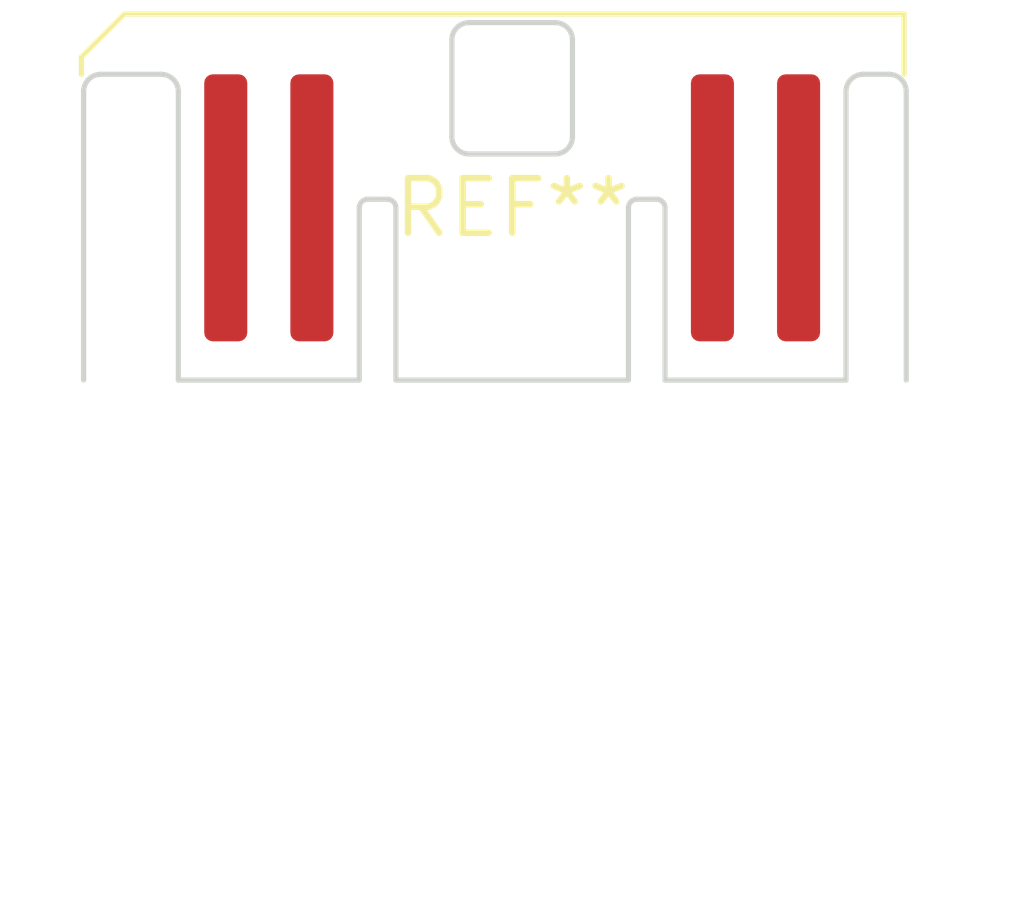
<source format=kicad_pcb>
(kicad_pcb (version 20240108) (generator pcbnew)
  (layers (0 "F.Cu" signal) (31 "B.Cu" signal) (34 "B.Paste" user) (35 "F.Paste" user) (36 "B.SilkS" user "B.Silkscreen") (37 "F.SilkS" user "F.Silkscreen") (38 "B.Mask" user) (39 "F.Mask" user) (44 "Edge.Cuts" user))
  (net 0 "")
  (footprint "molex_EDGELOCK_4-CKT" (layer "F.Cu") (at 0 0)
    (property "Reference" "REF**")
    (property "Value" "molex_EDGELOCK_4-CKT")
    (fp_line (start -10 -3.5) (end -9 -4.5) (layer "F.SilkS") (stroke (width 0.12)))
    (fp_line (start -10 -3.1) (end -10 -3.5) (layer "F.SilkS") (stroke (width 0.12)))
    (fp_line (start -9 -4.5) (end 9.1 -4.5) (layer "F.SilkS") (stroke (width 0.12)))
    (fp_line (start 9.1 -4.5) (end 9.1 -3.1) (layer "F.SilkS") (stroke (width 0.12)))
    (fp_line (start -9.95 4) (end -9.95 -2.7) (layer "Edge.Cuts") (stroke (width 0.12)))
    (fp_line (start -9.55 -3.1) (end -8.15 -3.1) (layer "Edge.Cuts") (stroke (width 0.12)))
    (fp_line (start -7.75 -2.7) (end -7.75 4) (layer "Edge.Cuts") (stroke (width 0.12)))
    (fp_line (start -7.75 4) (end -3.55 4) (layer "Edge.Cuts") (stroke (width 0.12)))
    (fp_line (start -3.55 4) (end -3.55 0) (layer "Edge.Cuts") (stroke (width 0.12)))
    (fp_line (start -3.35 -0.2) (end -2.9 -0.2) (layer "Edge.Cuts") (stroke (width 0.12)))
    (fp_line (start -2.7 0) (end -2.7 4) (layer "Edge.Cuts") (stroke (width 0.12)))
    (fp_line (start -2.7 4) (end 2.7 4) (layer "Edge.Cuts") (stroke (width 0.12)))
    (fp_line (start -1.4 -3.9) (end -1.4 -1.65) (layer "Edge.Cuts") (stroke (width 0.12)))
    (fp_line (start -1 -1.25) (end 1 -1.25) (layer "Edge.Cuts") (stroke (width 0.12)))
    (fp_line (start 1 -4.3) (end -1 -4.3) (layer "Edge.Cuts") (stroke (width 0.12)))
    (fp_line (start 1.4 -1.65) (end 1.4 -3.9) (layer "Edge.Cuts") (stroke (width 0.12)))
    (fp_line (start 2.7 4) (end 2.7 0) (layer "Edge.Cuts") (stroke (width 0.12)))
    (fp_line (start 2.9 -0.2) (end 3.35 -0.2) (layer "Edge.Cuts") (stroke (width 0.12)))
    (fp_line (start 3.55 0) (end 3.55 4) (layer "Edge.Cuts") (stroke (width 0.12)))
    (fp_line (start 3.55 4) (end 7.75 4) (layer "Edge.Cuts") (stroke (width 0.12)))
    (fp_line (start 7.75 4) (end 7.75 -2.7) (layer "Edge.Cuts") (stroke (width 0.12)))
    (fp_line (start 8.15 -3.1) (end 8.75 -3.1) (layer "Edge.Cuts") (stroke (width 0.12)))
    (fp_line (start 9.15 -2.7) (end 9.15 4) (layer "Edge.Cuts") (stroke (width 0.12)))
    (fp_arc (start -9.95 -2.7) (mid -9.832843 -2.982843) (end -9.55 -3.1) (layer "Edge.Cuts") (stroke (width 0.12)))
    (fp_arc (start -8.15 -3.1) (mid -7.867157 -2.982843) (end -7.75 -2.7) (layer "Edge.Cuts") (stroke (width 0.12)))
    (fp_arc (start -3.55 0) (mid -3.491421 -0.141421) (end -3.35 -0.2) (layer "Edge.Cuts") (stroke (width 0.12)))
    (fp_arc (start -2.9 -0.2) (mid -2.758579 -0.141421) (end -2.7 0) (layer "Edge.Cuts") (stroke (width 0.12)))
    (fp_arc (start -1.4 -3.9) (mid -1.282843 -4.182843) (end -1 -4.3) (layer "Edge.Cuts") (stroke (width 0.12)))
    (fp_arc (start -1 -1.25) (mid -1.282843 -1.367157) (end -1.4 -1.65) (layer "Edge.Cuts") (stroke (width 0.12)))
    (fp_arc (start 1 -4.3) (mid 1.282843 -4.182843) (end 1.4 -3.9) (layer "Edge.Cuts") (stroke (width 0.12)))
    (fp_arc (start 1.4 -1.65) (mid 1.282843 -1.367157) (end 1 -1.25) (layer "Edge.Cuts") (stroke (width 0.12)))
    (fp_arc (start 2.7 0) (mid 2.758579 -0.141421) (end 2.9 -0.2) (layer "Edge.Cuts") (stroke (width 0.12)))
    (fp_arc (start 3.35 -0.2) (mid 3.491421 -0.141421) (end 3.55 0) (layer "Edge.Cuts") (stroke (width 0.12)))
    (fp_arc (start 7.75 -2.7) (mid 7.867157 -2.982843) (end 8.15 -3.1) (layer "Edge.Cuts") (stroke (width 0.12)))
    (fp_arc (start 8.75 -3.1) (mid 9.032843 -2.982843) (end 9.15 -2.7) (layer "Edge.Cuts") (stroke (width 0.12)))
    (pad "1" connect roundrect (at -6.65 0) (size 1 6.2) (layers "F.Cu" "F.Mask") (roundrect_rratio 0.2))
    (pad "2" connect roundrect (at -4.65 0) (size 1 6.2) (layers "F.Cu" "F.Mask") (roundrect_rratio 0.2))
    (pad "3" connect roundrect (at 4.65 0) (size 1 6.2) (layers "F.Cu" "F.Mask") (roundrect_rratio 0.2))
    (pad "4" connect roundrect (at 6.65 0) (size 1 6.2) (layers "F.Cu" "F.Mask") (roundrect_rratio 0.2))
  )
)
</source>
